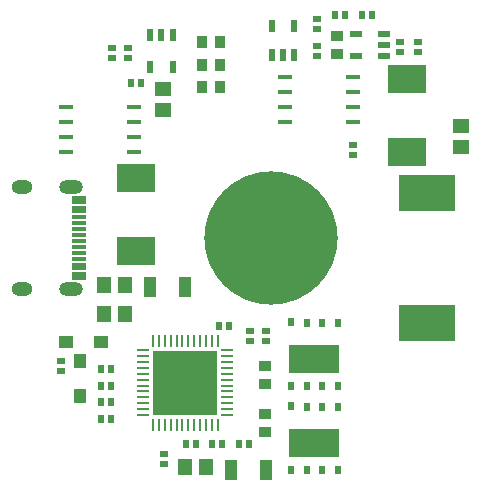
<source format=gbr>
G04 Layer_Color=255*
%FSLAX25Y25*%
%MOIN*%
%TF.FileFunction,Pads,Bot*%
%TF.Part,Single*%
G01*
G75*
%TA.AperFunction,SMDPad*%
%ADD10R,0.03661X0.03858*%
%TA.AperFunction,ConnectorPad*%
%ADD12C,0.44488*%
%TA.AperFunction,ViaPad*%
%ADD13R,0.00394X0.00394*%
%TA.AperFunction,ViaPad*%
%ADD14O,0.07087X0.04724*%
%TA.AperFunction,ViaPad*%
%ADD15O,0.07874X0.04724*%
%TA.AperFunction,SMDPad*%
%ADD52O,0.00984X0.04331*%
%TA.AperFunction,SMDPad*%
%ADD53O,0.04331X0.00984*%
%TA.AperFunction,SMDPad*%
%ADD54R,0.21260X0.21260*%
%TA.AperFunction,SMDPad*%
%ADD55R,0.02402X0.03110*%
%TA.AperFunction,SMDPad*%
%ADD56R,0.02402X0.02795*%
%TA.AperFunction,SMDPad*%
%ADD57R,0.16535X0.09449*%
%TA.AperFunction,SMDPad*%
%ADD58R,0.02402X0.03110*%
%TA.AperFunction,SMDPad*%
%ADD59R,0.03858X0.03661*%
%TA.AperFunction,SMDPad*%
%ADD60R,0.04449X0.07087*%
%TA.AperFunction,SMDPad*%
%ADD61R,0.02362X0.02559*%
%TA.AperFunction,SMDPad*%
%ADD62R,0.04567X0.05787*%
%TA.AperFunction,SMDPad*%
%ADD63R,0.02559X0.02362*%
%TA.AperFunction,SMDPad*%
%ADD64R,0.12598X0.09252*%
%TA.AperFunction,SMDPad*%
%ADD65R,0.04528X0.01772*%
%TA.AperFunction,SMDPad*%
%ADD66R,0.05787X0.04567*%
%TA.AperFunction,SMDPad*%
%ADD67R,0.04921X0.03937*%
%TA.AperFunction,SMDPad*%
%ADD68R,0.03937X0.04921*%
%TA.AperFunction,SMDPad*%
%ADD69R,0.05118X0.01181*%
%TA.AperFunction,SMDPad*%
%ADD70R,0.18701X0.12402*%
%TA.AperFunction,SMDPad*%
%ADD71R,0.03937X0.02362*%
%TA.AperFunction,SMDPad*%
%ADD72R,0.02362X0.03937*%
D10*
X345031Y374000D02*
D03*
X338968D02*
D03*
X345031Y366500D02*
D03*
X338968D02*
D03*
X338968Y359000D02*
D03*
X345031D02*
D03*
D12*
X362201Y308701D02*
D03*
D13*
X293441Y320079D02*
D03*
Y297323D02*
D03*
D14*
X279071Y291693D02*
D03*
Y325709D02*
D03*
D15*
X295528D02*
D03*
Y291693D02*
D03*
D52*
X322673Y274476D02*
D03*
X324642D02*
D03*
X326610D02*
D03*
X328579D02*
D03*
X330547D02*
D03*
X332516D02*
D03*
X334484D02*
D03*
X336453D02*
D03*
X338421D02*
D03*
X340390D02*
D03*
X342358D02*
D03*
X344327D02*
D03*
Y246524D02*
D03*
X342358D02*
D03*
X340390D02*
D03*
X338421D02*
D03*
X336453D02*
D03*
X334484D02*
D03*
X332516D02*
D03*
X330547D02*
D03*
X328579D02*
D03*
X326610D02*
D03*
X324642D02*
D03*
X322673D02*
D03*
D53*
X347476Y271327D02*
D03*
Y269358D02*
D03*
Y267390D02*
D03*
Y265421D02*
D03*
Y263453D02*
D03*
Y261484D02*
D03*
Y259516D02*
D03*
Y257547D02*
D03*
Y255579D02*
D03*
Y253610D02*
D03*
Y251642D02*
D03*
Y249673D02*
D03*
X319524D02*
D03*
Y251642D02*
D03*
Y253610D02*
D03*
Y255579D02*
D03*
Y257547D02*
D03*
Y259516D02*
D03*
Y261484D02*
D03*
Y263453D02*
D03*
Y265421D02*
D03*
Y267390D02*
D03*
Y269358D02*
D03*
Y271327D02*
D03*
D54*
X333500Y260500D02*
D03*
D55*
X378993Y280413D02*
D03*
X384295D02*
D03*
X378993Y252413D02*
D03*
X384295D02*
D03*
D56*
X368705Y280571D02*
D03*
Y259430D02*
D03*
X373990D02*
D03*
X378990D02*
D03*
X384295D02*
D03*
X368705Y252571D02*
D03*
Y231430D02*
D03*
X373990D02*
D03*
X378990D02*
D03*
X384295D02*
D03*
D57*
X376490Y268406D02*
D03*
Y240406D02*
D03*
D58*
X374000Y280413D02*
D03*
Y252413D02*
D03*
D59*
X360000Y266032D02*
D03*
Y259968D02*
D03*
Y243969D02*
D03*
Y250031D02*
D03*
X384000Y376031D02*
D03*
Y369969D02*
D03*
D60*
X360366Y231500D02*
D03*
X348634D02*
D03*
X321634Y292500D02*
D03*
X333366D02*
D03*
D61*
X342327Y240000D02*
D03*
X345673D02*
D03*
X351327D02*
D03*
X354673D02*
D03*
X337173Y240000D02*
D03*
X333827D02*
D03*
X308673Y259500D02*
D03*
X305327D02*
D03*
X308673Y254000D02*
D03*
X305327D02*
D03*
X308673Y265000D02*
D03*
X305327D02*
D03*
X308673Y248500D02*
D03*
X305327D02*
D03*
X344827Y279500D02*
D03*
X348173D02*
D03*
X395673Y383000D02*
D03*
X392327D02*
D03*
X386673D02*
D03*
X383327D02*
D03*
X318673Y360500D02*
D03*
X315327D02*
D03*
D62*
X333496Y232500D02*
D03*
X340504D02*
D03*
X313504Y293000D02*
D03*
X306496D02*
D03*
X313504Y283500D02*
D03*
X306496D02*
D03*
D63*
X355000Y277673D02*
D03*
Y274327D02*
D03*
X360500Y274327D02*
D03*
Y277673D02*
D03*
X326500Y236673D02*
D03*
Y233327D02*
D03*
X389500Y339673D02*
D03*
Y336327D02*
D03*
X309000Y368827D02*
D03*
Y372173D02*
D03*
X292000Y267682D02*
D03*
Y264336D02*
D03*
X411000Y374173D02*
D03*
Y370827D02*
D03*
X405000Y374173D02*
D03*
Y370827D02*
D03*
X377500Y372673D02*
D03*
Y369327D02*
D03*
X377500Y378327D02*
D03*
Y381673D02*
D03*
X314500Y372173D02*
D03*
Y368827D02*
D03*
D64*
X317000Y304394D02*
D03*
Y328606D02*
D03*
X407500Y337394D02*
D03*
Y361606D02*
D03*
D65*
X316260Y352500D02*
D03*
Y347500D02*
D03*
Y342500D02*
D03*
Y337500D02*
D03*
X293740Y352500D02*
D03*
Y347500D02*
D03*
Y342500D02*
D03*
Y337500D02*
D03*
X366740Y347500D02*
D03*
Y352500D02*
D03*
Y357500D02*
D03*
Y362500D02*
D03*
X389260Y347500D02*
D03*
Y352500D02*
D03*
Y357500D02*
D03*
Y362500D02*
D03*
D66*
X425500Y346004D02*
D03*
Y338996D02*
D03*
X326000Y351496D02*
D03*
Y358504D02*
D03*
D67*
X293693Y274000D02*
D03*
X305307D02*
D03*
D68*
X298500Y256193D02*
D03*
Y267807D02*
D03*
D69*
X298087Y295512D02*
D03*
Y296693D02*
D03*
Y298662D02*
D03*
X298087Y299843D02*
D03*
X298087Y301811D02*
D03*
Y303780D02*
D03*
Y305748D02*
D03*
Y307717D02*
D03*
Y309685D02*
D03*
Y311654D02*
D03*
Y315591D02*
D03*
X298086Y317559D02*
D03*
Y318741D02*
D03*
X298087Y320709D02*
D03*
Y321890D02*
D03*
Y313621D02*
D03*
D70*
X414000Y280346D02*
D03*
Y323654D02*
D03*
D71*
X399724Y376740D02*
D03*
Y373000D02*
D03*
Y369260D02*
D03*
X390276D02*
D03*
Y376740D02*
D03*
D72*
X321760Y365587D02*
D03*
X329240D02*
D03*
Y376413D02*
D03*
X325500D02*
D03*
X321760D02*
D03*
X369740Y369776D02*
D03*
X366000D02*
D03*
X362260D02*
D03*
Y379224D02*
D03*
X369740D02*
D03*
%TF.MD5,771434DF66F9F580FDFD075529C6255C*%
M02*

</source>
